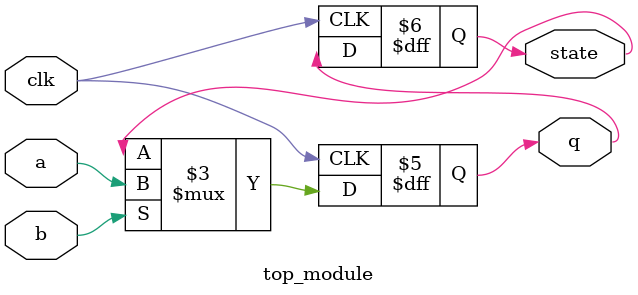
<source format=sv>
module top_module (
    input clk,
    input a,
    input b,
    output reg q,
    output reg state
);

    always @(posedge clk) begin
        state <= q; // state is the previous value of q
        if (b) begin
            q <= a;
        end else begin
            q <= state;
        end
    end

endmodule

</source>
